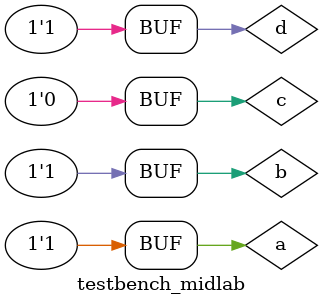
<source format=v>
module midlab (f1, f2, f3, f4, a, b, c, d);
 
input a, b, c, d;
output f1, f2, f3, f4;
wire w1, w2, w3, w4, w5, w6, w7, w8, w9, w10, w11, w12;

and a1(w0, c, d);
or o1(f1, a, w0);

not n1(w1, a);
not n2(w2, c);
and a2(w3, w1, w2);

not n3(w4, b);
and a3(w5, w4, w2);

not n4(w6, d);
and a4(w7, w1, c, w6);

and a5(w8, a, c, d);

or o2(f2, w3, w5, w7, w8);

and a6(w9, w2, d);
and a7(w10, c, w6);
or o3(f3, w8, w9);

and a8(w11, w2, w6);
or o4(f4, w10, w11);

endmodule

// Most. Sabrina Naorin Sumona
// ID 181472565

module testbench_midlab;

reg a, b, c, d;
wire f1, f2, f3, f4;
midlab f(f1, f2, f3, f4, a, b, c, d);

initial 

begin
a = 1'b0; b = 1'b1; c = 1'b0; d = 1'b1;
#10; a = 1'b0; b = 1'b1; c = 1'b1; d = 1'b0;
#10; a = 1'b0; b = 1'b1; c = 1'b1; d = 1'b1;
#10; a = 1'b1; b = 1'b0; c = 1'b0; d = 1'b0;
#10; a = 1'b1; b = 1'b0; c = 1'b0; d = 1'b1;
#10; a = 1'b1; b = 1'b0; c = 1'b1; d = 1'b0;
#10; a = 1'b1; b = 1'b0; c = 1'b1; d = 1'b1;
#10; a = 1'b1; b = 1'b1; c = 1'b0; d = 1'b0;
#10; a = 1'b1; b = 1'b1; c = 1'b0; d = 1'b1;
end

endmodule
</source>
